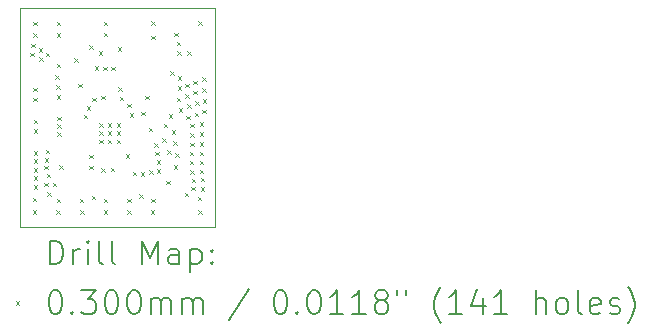
<source format=gbr>
%FSLAX45Y45*%
G04 Gerber Fmt 4.5, Leading zero omitted, Abs format (unit mm)*
G04 Created by KiCad (PCBNEW (6.0.0)) date 2023-04-21 15:57:33*
%MOMM*%
%LPD*%
G01*
G04 APERTURE LIST*
%TA.AperFunction,Profile*%
%ADD10C,0.100000*%
%TD*%
%ADD11C,0.200000*%
%ADD12C,0.030000*%
G04 APERTURE END LIST*
D10*
X15677000Y-5795000D02*
X15677000Y-7646000D01*
X14027000Y-5795000D02*
X14027000Y-7646000D01*
X14027000Y-5795000D02*
X15677000Y-5795000D01*
X14027000Y-7646000D02*
X15677000Y-7646000D01*
D11*
D12*
X14116000Y-6171000D02*
X14146000Y-6201000D01*
X14146000Y-6171000D02*
X14116000Y-6201000D01*
X14123000Y-6094000D02*
X14153000Y-6124000D01*
X14153000Y-6094000D02*
X14123000Y-6124000D01*
X14137000Y-7396000D02*
X14167000Y-7426000D01*
X14167000Y-7396000D02*
X14137000Y-7426000D01*
X14137000Y-7505000D02*
X14167000Y-7535000D01*
X14167000Y-7505000D02*
X14137000Y-7535000D01*
X14138500Y-5906500D02*
X14168500Y-5936500D01*
X14168500Y-5906500D02*
X14138500Y-5936500D01*
X14139000Y-6550000D02*
X14169000Y-6580000D01*
X14169000Y-6550000D02*
X14139000Y-6580000D01*
X14141000Y-6005000D02*
X14171000Y-6035000D01*
X14171000Y-6005000D02*
X14141000Y-6035000D01*
X14141000Y-6467000D02*
X14171000Y-6497000D01*
X14171000Y-6467000D02*
X14141000Y-6497000D01*
X14143000Y-7073000D02*
X14173000Y-7103000D01*
X14173000Y-7073000D02*
X14143000Y-7103000D01*
X14143000Y-7146000D02*
X14173000Y-7176000D01*
X14173000Y-7146000D02*
X14143000Y-7176000D01*
X14143000Y-7291000D02*
X14173000Y-7321000D01*
X14173000Y-7291000D02*
X14143000Y-7321000D01*
X14144000Y-7002000D02*
X14174000Y-7032000D01*
X14174000Y-7002000D02*
X14144000Y-7032000D01*
X14144000Y-7218000D02*
X14174000Y-7248000D01*
X14174000Y-7218000D02*
X14144000Y-7248000D01*
X14145000Y-6738000D02*
X14175000Y-6768000D01*
X14175000Y-6738000D02*
X14145000Y-6768000D01*
X14145000Y-6816000D02*
X14175000Y-6846000D01*
X14175000Y-6816000D02*
X14145000Y-6846000D01*
X14186000Y-6132000D02*
X14216000Y-6162000D01*
X14216000Y-6132000D02*
X14186000Y-6162000D01*
X14189000Y-6206000D02*
X14219000Y-6236000D01*
X14219000Y-6206000D02*
X14189000Y-6236000D01*
X14232000Y-7271000D02*
X14262000Y-7301000D01*
X14262000Y-7271000D02*
X14232000Y-7301000D01*
X14235500Y-7126500D02*
X14265500Y-7156500D01*
X14265500Y-7126500D02*
X14235500Y-7156500D01*
X14238000Y-7061500D02*
X14268000Y-7091500D01*
X14268000Y-7061500D02*
X14238000Y-7091500D01*
X14245000Y-6169000D02*
X14275000Y-6199000D01*
X14275000Y-6169000D02*
X14245000Y-6199000D01*
X14248000Y-6991500D02*
X14278000Y-7021500D01*
X14278000Y-6991500D02*
X14248000Y-7021500D01*
X14253000Y-7196500D02*
X14283000Y-7226500D01*
X14283000Y-7196500D02*
X14253000Y-7226500D01*
X14259000Y-7349000D02*
X14289000Y-7379000D01*
X14289000Y-7349000D02*
X14259000Y-7379000D01*
X14304000Y-7271000D02*
X14334000Y-7301000D01*
X14334000Y-7271000D02*
X14304000Y-7301000D01*
X14328000Y-6361500D02*
X14358000Y-6391500D01*
X14358000Y-6361500D02*
X14328000Y-6391500D01*
X14335500Y-6446500D02*
X14365500Y-6476500D01*
X14365500Y-6446500D02*
X14335500Y-6476500D01*
X14337000Y-7505000D02*
X14367000Y-7535000D01*
X14367000Y-7505000D02*
X14337000Y-7535000D01*
X14338000Y-6264000D02*
X14368000Y-6294000D01*
X14368000Y-6264000D02*
X14338000Y-6294000D01*
X14338000Y-6531500D02*
X14368000Y-6561500D01*
X14368000Y-6531500D02*
X14338000Y-6561500D01*
X14340000Y-5908000D02*
X14370000Y-5938000D01*
X14370000Y-5908000D02*
X14340000Y-5938000D01*
X14340000Y-6005000D02*
X14370000Y-6035000D01*
X14370000Y-6005000D02*
X14340000Y-6035000D01*
X14340000Y-7405000D02*
X14370000Y-7435000D01*
X14370000Y-7405000D02*
X14340000Y-7435000D01*
X14343000Y-6711000D02*
X14373000Y-6741000D01*
X14373000Y-6711000D02*
X14343000Y-6741000D01*
X14344000Y-6777000D02*
X14374000Y-6807000D01*
X14374000Y-6777000D02*
X14344000Y-6807000D01*
X14344000Y-6845000D02*
X14374000Y-6875000D01*
X14374000Y-6845000D02*
X14344000Y-6875000D01*
X14360500Y-7121500D02*
X14390500Y-7151500D01*
X14390500Y-7121500D02*
X14360500Y-7151500D01*
X14488000Y-6218000D02*
X14518000Y-6248000D01*
X14518000Y-6218000D02*
X14488000Y-6248000D01*
X14520000Y-6432000D02*
X14550000Y-6462000D01*
X14550000Y-6432000D02*
X14520000Y-6462000D01*
X14535000Y-7405000D02*
X14565000Y-7435000D01*
X14565000Y-7405000D02*
X14535000Y-7435000D01*
X14537000Y-7505000D02*
X14567000Y-7535000D01*
X14567000Y-7505000D02*
X14537000Y-7535000D01*
X14568000Y-6697000D02*
X14598000Y-6727000D01*
X14598000Y-6697000D02*
X14568000Y-6727000D01*
X14594000Y-6621000D02*
X14624000Y-6651000D01*
X14624000Y-6621000D02*
X14594000Y-6651000D01*
X14613000Y-7035000D02*
X14643000Y-7065000D01*
X14643000Y-7035000D02*
X14613000Y-7065000D01*
X14613000Y-7128000D02*
X14643000Y-7158000D01*
X14643000Y-7128000D02*
X14613000Y-7158000D01*
X14615000Y-6108000D02*
X14645000Y-6138000D01*
X14645000Y-6108000D02*
X14615000Y-6138000D01*
X14636000Y-7379000D02*
X14666000Y-7409000D01*
X14666000Y-7379000D02*
X14636000Y-7409000D01*
X14638000Y-6551500D02*
X14668000Y-6581500D01*
X14668000Y-6551500D02*
X14638000Y-6581500D01*
X14661000Y-6285000D02*
X14691000Y-6315000D01*
X14691000Y-6285000D02*
X14661000Y-6315000D01*
X14696000Y-6159000D02*
X14726000Y-6189000D01*
X14726000Y-6159000D02*
X14696000Y-6189000D01*
X14698000Y-6766500D02*
X14728000Y-6796500D01*
X14728000Y-6766500D02*
X14698000Y-6796500D01*
X14698000Y-6836500D02*
X14728000Y-6866500D01*
X14728000Y-6836500D02*
X14698000Y-6866500D01*
X14698000Y-6906500D02*
X14728000Y-6936500D01*
X14728000Y-6906500D02*
X14698000Y-6936500D01*
X14718000Y-6535000D02*
X14748000Y-6565000D01*
X14748000Y-6535000D02*
X14718000Y-6565000D01*
X14718000Y-7150000D02*
X14748000Y-7180000D01*
X14748000Y-7150000D02*
X14718000Y-7180000D01*
X14731000Y-6289000D02*
X14761000Y-6319000D01*
X14761000Y-6289000D02*
X14731000Y-6319000D01*
X14737000Y-7405000D02*
X14767000Y-7435000D01*
X14767000Y-7405000D02*
X14737000Y-7435000D01*
X14737000Y-7505000D02*
X14767000Y-7535000D01*
X14767000Y-7505000D02*
X14737000Y-7535000D01*
X14739000Y-5907000D02*
X14769000Y-5937000D01*
X14769000Y-5907000D02*
X14739000Y-5937000D01*
X14739000Y-6000000D02*
X14769000Y-6030000D01*
X14769000Y-6000000D02*
X14739000Y-6030000D01*
X14773000Y-6766500D02*
X14803000Y-6796500D01*
X14803000Y-6766500D02*
X14773000Y-6796500D01*
X14773000Y-6836500D02*
X14803000Y-6866500D01*
X14803000Y-6836500D02*
X14773000Y-6866500D01*
X14773000Y-6906500D02*
X14803000Y-6936500D01*
X14803000Y-6906500D02*
X14773000Y-6936500D01*
X14798000Y-7142000D02*
X14828000Y-7172000D01*
X14828000Y-7142000D02*
X14798000Y-7172000D01*
X14803000Y-6290000D02*
X14833000Y-6320000D01*
X14833000Y-6290000D02*
X14803000Y-6320000D01*
X14848000Y-6766500D02*
X14878000Y-6796500D01*
X14878000Y-6766500D02*
X14848000Y-6796500D01*
X14848000Y-6836500D02*
X14878000Y-6866500D01*
X14878000Y-6836500D02*
X14848000Y-6866500D01*
X14848000Y-6906500D02*
X14878000Y-6936500D01*
X14878000Y-6906500D02*
X14848000Y-6936500D01*
X14854000Y-6125000D02*
X14884000Y-6155000D01*
X14884000Y-6125000D02*
X14854000Y-6155000D01*
X14858000Y-6462000D02*
X14888000Y-6492000D01*
X14888000Y-6462000D02*
X14858000Y-6492000D01*
X14873000Y-6542000D02*
X14903000Y-6572000D01*
X14903000Y-6542000D02*
X14873000Y-6572000D01*
X14923000Y-7031500D02*
X14953000Y-7061500D01*
X14953000Y-7031500D02*
X14923000Y-7061500D01*
X14937000Y-7405000D02*
X14967000Y-7435000D01*
X14967000Y-7405000D02*
X14937000Y-7435000D01*
X14937000Y-7505000D02*
X14967000Y-7535000D01*
X14967000Y-7505000D02*
X14937000Y-7535000D01*
X14938000Y-6601500D02*
X14968000Y-6631500D01*
X14968000Y-6601500D02*
X14938000Y-6631500D01*
X14958000Y-6681500D02*
X14988000Y-6711500D01*
X14988000Y-6681500D02*
X14958000Y-6711500D01*
X14983000Y-7177000D02*
X15013000Y-7207000D01*
X15013000Y-7177000D02*
X14983000Y-7207000D01*
X15036000Y-7370000D02*
X15066000Y-7400000D01*
X15066000Y-7370000D02*
X15036000Y-7400000D01*
X15052000Y-7183000D02*
X15082000Y-7213000D01*
X15082000Y-7183000D02*
X15052000Y-7213000D01*
X15055000Y-6671000D02*
X15085000Y-6701000D01*
X15085000Y-6671000D02*
X15055000Y-6701000D01*
X15087000Y-6535000D02*
X15117000Y-6565000D01*
X15117000Y-6535000D02*
X15087000Y-6565000D01*
X15118000Y-6804000D02*
X15148000Y-6834000D01*
X15148000Y-6804000D02*
X15118000Y-6834000D01*
X15122000Y-7167000D02*
X15152000Y-7197000D01*
X15152000Y-7167000D02*
X15122000Y-7197000D01*
X15137000Y-7505000D02*
X15167000Y-7535000D01*
X15167000Y-7505000D02*
X15137000Y-7535000D01*
X15137500Y-5905500D02*
X15167500Y-5935500D01*
X15167500Y-5905500D02*
X15137500Y-5935500D01*
X15138000Y-6026000D02*
X15168000Y-6056000D01*
X15168000Y-6026000D02*
X15138000Y-6056000D01*
X15138000Y-7405000D02*
X15168000Y-7435000D01*
X15168000Y-7405000D02*
X15138000Y-7435000D01*
X15163000Y-6936000D02*
X15193000Y-6966000D01*
X15193000Y-6936000D02*
X15163000Y-6966000D01*
X15172000Y-7008000D02*
X15202000Y-7038000D01*
X15202000Y-7008000D02*
X15172000Y-7038000D01*
X15187000Y-7157000D02*
X15217000Y-7187000D01*
X15217000Y-7157000D02*
X15187000Y-7187000D01*
X15188000Y-7081000D02*
X15218000Y-7111000D01*
X15218000Y-7081000D02*
X15188000Y-7111000D01*
X15233000Y-6893000D02*
X15263000Y-6923000D01*
X15263000Y-6893000D02*
X15233000Y-6923000D01*
X15244000Y-6771000D02*
X15274000Y-6801000D01*
X15274000Y-6771000D02*
X15244000Y-6801000D01*
X15267000Y-7254000D02*
X15297000Y-7284000D01*
X15297000Y-7254000D02*
X15267000Y-7284000D01*
X15276000Y-6996000D02*
X15306000Y-7026000D01*
X15306000Y-6996000D02*
X15276000Y-7026000D01*
X15286000Y-6690000D02*
X15316000Y-6720000D01*
X15316000Y-6690000D02*
X15286000Y-6720000D01*
X15299000Y-6329000D02*
X15329000Y-6359000D01*
X15329000Y-6329000D02*
X15299000Y-6359000D01*
X15312000Y-6827000D02*
X15342000Y-6857000D01*
X15342000Y-6827000D02*
X15312000Y-6857000D01*
X15324000Y-6918000D02*
X15354000Y-6948000D01*
X15354000Y-6918000D02*
X15324000Y-6948000D01*
X15329000Y-7124000D02*
X15359000Y-7154000D01*
X15359000Y-7124000D02*
X15329000Y-7154000D01*
X15336000Y-6001000D02*
X15366000Y-6031000D01*
X15366000Y-6001000D02*
X15336000Y-6031000D01*
X15345000Y-7023000D02*
X15375000Y-7053000D01*
X15375000Y-7023000D02*
X15345000Y-7053000D01*
X15354000Y-6077000D02*
X15384000Y-6107000D01*
X15384000Y-6077000D02*
X15354000Y-6107000D01*
X15357000Y-6551000D02*
X15387000Y-6581000D01*
X15387000Y-6551000D02*
X15357000Y-6581000D01*
X15360000Y-6159000D02*
X15390000Y-6189000D01*
X15390000Y-6159000D02*
X15360000Y-6189000D01*
X15362000Y-6371000D02*
X15392000Y-6401000D01*
X15392000Y-6371000D02*
X15362000Y-6401000D01*
X15362000Y-6456000D02*
X15392000Y-6486000D01*
X15392000Y-6456000D02*
X15362000Y-6486000D01*
X15371000Y-6640000D02*
X15401000Y-6670000D01*
X15401000Y-6640000D02*
X15371000Y-6670000D01*
X15422000Y-7354000D02*
X15452000Y-7384000D01*
X15452000Y-7354000D02*
X15422000Y-7384000D01*
X15427000Y-6433000D02*
X15457000Y-6463000D01*
X15457000Y-6433000D02*
X15427000Y-6463000D01*
X15428000Y-6521000D02*
X15458000Y-6551000D01*
X15458000Y-6521000D02*
X15428000Y-6551000D01*
X15435000Y-6704000D02*
X15465000Y-6734000D01*
X15465000Y-6704000D02*
X15435000Y-6734000D01*
X15444000Y-6158000D02*
X15474000Y-6188000D01*
X15474000Y-6158000D02*
X15444000Y-6188000D01*
X15446000Y-6606000D02*
X15476000Y-6636000D01*
X15476000Y-6606000D02*
X15446000Y-6636000D01*
X15466000Y-7010000D02*
X15496000Y-7040000D01*
X15496000Y-7010000D02*
X15466000Y-7040000D01*
X15466000Y-7085000D02*
X15496000Y-7115000D01*
X15496000Y-7085000D02*
X15466000Y-7115000D01*
X15469000Y-7163000D02*
X15499000Y-7193000D01*
X15499000Y-7163000D02*
X15469000Y-7193000D01*
X15470000Y-6934000D02*
X15500000Y-6964000D01*
X15500000Y-6934000D02*
X15470000Y-6964000D01*
X15471000Y-6773000D02*
X15501000Y-6803000D01*
X15501000Y-6773000D02*
X15471000Y-6803000D01*
X15472000Y-6853000D02*
X15502000Y-6883000D01*
X15502000Y-6853000D02*
X15472000Y-6883000D01*
X15478000Y-7304000D02*
X15508000Y-7334000D01*
X15508000Y-7304000D02*
X15478000Y-7334000D01*
X15481000Y-7236000D02*
X15511000Y-7266000D01*
X15511000Y-7236000D02*
X15481000Y-7266000D01*
X15494000Y-6407000D02*
X15524000Y-6437000D01*
X15524000Y-6407000D02*
X15494000Y-6437000D01*
X15495000Y-6492000D02*
X15525000Y-6522000D01*
X15525000Y-6492000D02*
X15495000Y-6522000D01*
X15507000Y-6678000D02*
X15537000Y-6708000D01*
X15537000Y-6678000D02*
X15507000Y-6708000D01*
X15511000Y-6579000D02*
X15541000Y-6609000D01*
X15541000Y-6579000D02*
X15511000Y-6609000D01*
X15533000Y-7389000D02*
X15563000Y-7419000D01*
X15563000Y-7389000D02*
X15533000Y-7419000D01*
X15537000Y-5905000D02*
X15567000Y-5935000D01*
X15567000Y-5905000D02*
X15537000Y-5935000D01*
X15537000Y-7505000D02*
X15567000Y-7535000D01*
X15567000Y-7505000D02*
X15537000Y-7535000D01*
X15549000Y-7008000D02*
X15579000Y-7038000D01*
X15579000Y-7008000D02*
X15549000Y-7038000D01*
X15549000Y-7162000D02*
X15579000Y-7192000D01*
X15579000Y-7162000D02*
X15549000Y-7192000D01*
X15550000Y-6927000D02*
X15580000Y-6957000D01*
X15580000Y-6927000D02*
X15550000Y-6957000D01*
X15550000Y-7083000D02*
X15580000Y-7113000D01*
X15580000Y-7083000D02*
X15550000Y-7113000D01*
X15552000Y-6758000D02*
X15582000Y-6788000D01*
X15582000Y-6758000D02*
X15552000Y-6788000D01*
X15552000Y-6841000D02*
X15582000Y-6871000D01*
X15582000Y-6841000D02*
X15552000Y-6871000D01*
X15558000Y-7230000D02*
X15588000Y-7260000D01*
X15588000Y-7230000D02*
X15558000Y-7260000D01*
X15559000Y-7311000D02*
X15589000Y-7341000D01*
X15589000Y-7311000D02*
X15559000Y-7341000D01*
X15572000Y-6379000D02*
X15602000Y-6409000D01*
X15602000Y-6379000D02*
X15572000Y-6409000D01*
X15572000Y-6471000D02*
X15602000Y-6501000D01*
X15602000Y-6471000D02*
X15572000Y-6501000D01*
X15573000Y-6652000D02*
X15603000Y-6682000D01*
X15603000Y-6652000D02*
X15573000Y-6682000D01*
X15575000Y-6562000D02*
X15605000Y-6592000D01*
X15605000Y-6562000D02*
X15575000Y-6592000D01*
D11*
X14279619Y-7961476D02*
X14279619Y-7761476D01*
X14327238Y-7761476D01*
X14355809Y-7771000D01*
X14374857Y-7790048D01*
X14384381Y-7809095D01*
X14393905Y-7847190D01*
X14393905Y-7875762D01*
X14384381Y-7913857D01*
X14374857Y-7932905D01*
X14355809Y-7951952D01*
X14327238Y-7961476D01*
X14279619Y-7961476D01*
X14479619Y-7961476D02*
X14479619Y-7828143D01*
X14479619Y-7866238D02*
X14489143Y-7847190D01*
X14498667Y-7837667D01*
X14517714Y-7828143D01*
X14536762Y-7828143D01*
X14603428Y-7961476D02*
X14603428Y-7828143D01*
X14603428Y-7761476D02*
X14593905Y-7771000D01*
X14603428Y-7780524D01*
X14612952Y-7771000D01*
X14603428Y-7761476D01*
X14603428Y-7780524D01*
X14727238Y-7961476D02*
X14708190Y-7951952D01*
X14698667Y-7932905D01*
X14698667Y-7761476D01*
X14832000Y-7961476D02*
X14812952Y-7951952D01*
X14803428Y-7932905D01*
X14803428Y-7761476D01*
X15060571Y-7961476D02*
X15060571Y-7761476D01*
X15127238Y-7904333D01*
X15193905Y-7761476D01*
X15193905Y-7961476D01*
X15374857Y-7961476D02*
X15374857Y-7856714D01*
X15365333Y-7837667D01*
X15346286Y-7828143D01*
X15308190Y-7828143D01*
X15289143Y-7837667D01*
X15374857Y-7951952D02*
X15355809Y-7961476D01*
X15308190Y-7961476D01*
X15289143Y-7951952D01*
X15279619Y-7932905D01*
X15279619Y-7913857D01*
X15289143Y-7894809D01*
X15308190Y-7885286D01*
X15355809Y-7885286D01*
X15374857Y-7875762D01*
X15470095Y-7828143D02*
X15470095Y-8028143D01*
X15470095Y-7837667D02*
X15489143Y-7828143D01*
X15527238Y-7828143D01*
X15546286Y-7837667D01*
X15555809Y-7847190D01*
X15565333Y-7866238D01*
X15565333Y-7923381D01*
X15555809Y-7942428D01*
X15546286Y-7951952D01*
X15527238Y-7961476D01*
X15489143Y-7961476D01*
X15470095Y-7951952D01*
X15651048Y-7942428D02*
X15660571Y-7951952D01*
X15651048Y-7961476D01*
X15641524Y-7951952D01*
X15651048Y-7942428D01*
X15651048Y-7961476D01*
X15651048Y-7837667D02*
X15660571Y-7847190D01*
X15651048Y-7856714D01*
X15641524Y-7847190D01*
X15651048Y-7837667D01*
X15651048Y-7856714D01*
D12*
X13992000Y-8276000D02*
X14022000Y-8306000D01*
X14022000Y-8276000D02*
X13992000Y-8306000D01*
D11*
X14317714Y-8181476D02*
X14336762Y-8181476D01*
X14355809Y-8191000D01*
X14365333Y-8200524D01*
X14374857Y-8219571D01*
X14384381Y-8257667D01*
X14384381Y-8305286D01*
X14374857Y-8343381D01*
X14365333Y-8362428D01*
X14355809Y-8371952D01*
X14336762Y-8381476D01*
X14317714Y-8381476D01*
X14298667Y-8371952D01*
X14289143Y-8362428D01*
X14279619Y-8343381D01*
X14270095Y-8305286D01*
X14270095Y-8257667D01*
X14279619Y-8219571D01*
X14289143Y-8200524D01*
X14298667Y-8191000D01*
X14317714Y-8181476D01*
X14470095Y-8362428D02*
X14479619Y-8371952D01*
X14470095Y-8381476D01*
X14460571Y-8371952D01*
X14470095Y-8362428D01*
X14470095Y-8381476D01*
X14546286Y-8181476D02*
X14670095Y-8181476D01*
X14603428Y-8257667D01*
X14632000Y-8257667D01*
X14651048Y-8267190D01*
X14660571Y-8276714D01*
X14670095Y-8295762D01*
X14670095Y-8343381D01*
X14660571Y-8362428D01*
X14651048Y-8371952D01*
X14632000Y-8381476D01*
X14574857Y-8381476D01*
X14555809Y-8371952D01*
X14546286Y-8362428D01*
X14793905Y-8181476D02*
X14812952Y-8181476D01*
X14832000Y-8191000D01*
X14841524Y-8200524D01*
X14851048Y-8219571D01*
X14860571Y-8257667D01*
X14860571Y-8305286D01*
X14851048Y-8343381D01*
X14841524Y-8362428D01*
X14832000Y-8371952D01*
X14812952Y-8381476D01*
X14793905Y-8381476D01*
X14774857Y-8371952D01*
X14765333Y-8362428D01*
X14755809Y-8343381D01*
X14746286Y-8305286D01*
X14746286Y-8257667D01*
X14755809Y-8219571D01*
X14765333Y-8200524D01*
X14774857Y-8191000D01*
X14793905Y-8181476D01*
X14984381Y-8181476D02*
X15003428Y-8181476D01*
X15022476Y-8191000D01*
X15032000Y-8200524D01*
X15041524Y-8219571D01*
X15051048Y-8257667D01*
X15051048Y-8305286D01*
X15041524Y-8343381D01*
X15032000Y-8362428D01*
X15022476Y-8371952D01*
X15003428Y-8381476D01*
X14984381Y-8381476D01*
X14965333Y-8371952D01*
X14955809Y-8362428D01*
X14946286Y-8343381D01*
X14936762Y-8305286D01*
X14936762Y-8257667D01*
X14946286Y-8219571D01*
X14955809Y-8200524D01*
X14965333Y-8191000D01*
X14984381Y-8181476D01*
X15136762Y-8381476D02*
X15136762Y-8248143D01*
X15136762Y-8267190D02*
X15146286Y-8257667D01*
X15165333Y-8248143D01*
X15193905Y-8248143D01*
X15212952Y-8257667D01*
X15222476Y-8276714D01*
X15222476Y-8381476D01*
X15222476Y-8276714D02*
X15232000Y-8257667D01*
X15251048Y-8248143D01*
X15279619Y-8248143D01*
X15298667Y-8257667D01*
X15308190Y-8276714D01*
X15308190Y-8381476D01*
X15403428Y-8381476D02*
X15403428Y-8248143D01*
X15403428Y-8267190D02*
X15412952Y-8257667D01*
X15432000Y-8248143D01*
X15460571Y-8248143D01*
X15479619Y-8257667D01*
X15489143Y-8276714D01*
X15489143Y-8381476D01*
X15489143Y-8276714D02*
X15498667Y-8257667D01*
X15517714Y-8248143D01*
X15546286Y-8248143D01*
X15565333Y-8257667D01*
X15574857Y-8276714D01*
X15574857Y-8381476D01*
X15965333Y-8171952D02*
X15793905Y-8429095D01*
X16222476Y-8181476D02*
X16241524Y-8181476D01*
X16260571Y-8191000D01*
X16270095Y-8200524D01*
X16279619Y-8219571D01*
X16289143Y-8257667D01*
X16289143Y-8305286D01*
X16279619Y-8343381D01*
X16270095Y-8362428D01*
X16260571Y-8371952D01*
X16241524Y-8381476D01*
X16222476Y-8381476D01*
X16203428Y-8371952D01*
X16193905Y-8362428D01*
X16184381Y-8343381D01*
X16174857Y-8305286D01*
X16174857Y-8257667D01*
X16184381Y-8219571D01*
X16193905Y-8200524D01*
X16203428Y-8191000D01*
X16222476Y-8181476D01*
X16374857Y-8362428D02*
X16384381Y-8371952D01*
X16374857Y-8381476D01*
X16365333Y-8371952D01*
X16374857Y-8362428D01*
X16374857Y-8381476D01*
X16508190Y-8181476D02*
X16527238Y-8181476D01*
X16546286Y-8191000D01*
X16555809Y-8200524D01*
X16565333Y-8219571D01*
X16574857Y-8257667D01*
X16574857Y-8305286D01*
X16565333Y-8343381D01*
X16555809Y-8362428D01*
X16546286Y-8371952D01*
X16527238Y-8381476D01*
X16508190Y-8381476D01*
X16489143Y-8371952D01*
X16479619Y-8362428D01*
X16470095Y-8343381D01*
X16460571Y-8305286D01*
X16460571Y-8257667D01*
X16470095Y-8219571D01*
X16479619Y-8200524D01*
X16489143Y-8191000D01*
X16508190Y-8181476D01*
X16765333Y-8381476D02*
X16651048Y-8381476D01*
X16708190Y-8381476D02*
X16708190Y-8181476D01*
X16689143Y-8210048D01*
X16670095Y-8229095D01*
X16651048Y-8238619D01*
X16955810Y-8381476D02*
X16841524Y-8381476D01*
X16898667Y-8381476D02*
X16898667Y-8181476D01*
X16879619Y-8210048D01*
X16860571Y-8229095D01*
X16841524Y-8238619D01*
X17070095Y-8267190D02*
X17051048Y-8257667D01*
X17041524Y-8248143D01*
X17032000Y-8229095D01*
X17032000Y-8219571D01*
X17041524Y-8200524D01*
X17051048Y-8191000D01*
X17070095Y-8181476D01*
X17108190Y-8181476D01*
X17127238Y-8191000D01*
X17136762Y-8200524D01*
X17146286Y-8219571D01*
X17146286Y-8229095D01*
X17136762Y-8248143D01*
X17127238Y-8257667D01*
X17108190Y-8267190D01*
X17070095Y-8267190D01*
X17051048Y-8276714D01*
X17041524Y-8286238D01*
X17032000Y-8305286D01*
X17032000Y-8343381D01*
X17041524Y-8362428D01*
X17051048Y-8371952D01*
X17070095Y-8381476D01*
X17108190Y-8381476D01*
X17127238Y-8371952D01*
X17136762Y-8362428D01*
X17146286Y-8343381D01*
X17146286Y-8305286D01*
X17136762Y-8286238D01*
X17127238Y-8276714D01*
X17108190Y-8267190D01*
X17222476Y-8181476D02*
X17222476Y-8219571D01*
X17298667Y-8181476D02*
X17298667Y-8219571D01*
X17593905Y-8457667D02*
X17584381Y-8448143D01*
X17565333Y-8419571D01*
X17555810Y-8400524D01*
X17546286Y-8371952D01*
X17536762Y-8324333D01*
X17536762Y-8286238D01*
X17546286Y-8238619D01*
X17555810Y-8210048D01*
X17565333Y-8191000D01*
X17584381Y-8162428D01*
X17593905Y-8152905D01*
X17774857Y-8381476D02*
X17660571Y-8381476D01*
X17717714Y-8381476D02*
X17717714Y-8181476D01*
X17698667Y-8210048D01*
X17679619Y-8229095D01*
X17660571Y-8238619D01*
X17946286Y-8248143D02*
X17946286Y-8381476D01*
X17898667Y-8171952D02*
X17851048Y-8314809D01*
X17974857Y-8314809D01*
X18155810Y-8381476D02*
X18041524Y-8381476D01*
X18098667Y-8381476D02*
X18098667Y-8181476D01*
X18079619Y-8210048D01*
X18060571Y-8229095D01*
X18041524Y-8238619D01*
X18393905Y-8381476D02*
X18393905Y-8181476D01*
X18479619Y-8381476D02*
X18479619Y-8276714D01*
X18470095Y-8257667D01*
X18451048Y-8248143D01*
X18422476Y-8248143D01*
X18403429Y-8257667D01*
X18393905Y-8267190D01*
X18603429Y-8381476D02*
X18584381Y-8371952D01*
X18574857Y-8362428D01*
X18565333Y-8343381D01*
X18565333Y-8286238D01*
X18574857Y-8267190D01*
X18584381Y-8257667D01*
X18603429Y-8248143D01*
X18632000Y-8248143D01*
X18651048Y-8257667D01*
X18660571Y-8267190D01*
X18670095Y-8286238D01*
X18670095Y-8343381D01*
X18660571Y-8362428D01*
X18651048Y-8371952D01*
X18632000Y-8381476D01*
X18603429Y-8381476D01*
X18784381Y-8381476D02*
X18765333Y-8371952D01*
X18755810Y-8352905D01*
X18755810Y-8181476D01*
X18936762Y-8371952D02*
X18917714Y-8381476D01*
X18879619Y-8381476D01*
X18860571Y-8371952D01*
X18851048Y-8352905D01*
X18851048Y-8276714D01*
X18860571Y-8257667D01*
X18879619Y-8248143D01*
X18917714Y-8248143D01*
X18936762Y-8257667D01*
X18946286Y-8276714D01*
X18946286Y-8295762D01*
X18851048Y-8314809D01*
X19022476Y-8371952D02*
X19041524Y-8381476D01*
X19079619Y-8381476D01*
X19098667Y-8371952D01*
X19108190Y-8352905D01*
X19108190Y-8343381D01*
X19098667Y-8324333D01*
X19079619Y-8314809D01*
X19051048Y-8314809D01*
X19032000Y-8305286D01*
X19022476Y-8286238D01*
X19022476Y-8276714D01*
X19032000Y-8257667D01*
X19051048Y-8248143D01*
X19079619Y-8248143D01*
X19098667Y-8257667D01*
X19174857Y-8457667D02*
X19184381Y-8448143D01*
X19203429Y-8419571D01*
X19212952Y-8400524D01*
X19222476Y-8371952D01*
X19232000Y-8324333D01*
X19232000Y-8286238D01*
X19222476Y-8238619D01*
X19212952Y-8210048D01*
X19203429Y-8191000D01*
X19184381Y-8162428D01*
X19174857Y-8152905D01*
M02*

</source>
